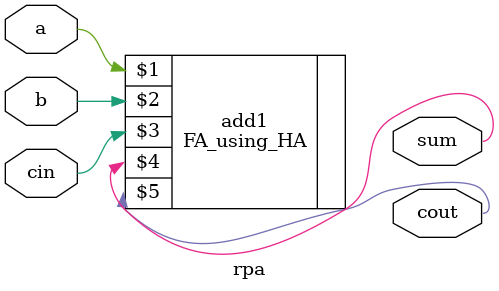
<source format=v>

module rpa(input a,b,cin ,output sum,cout);
 
  FA_using_HA add1(a,b,cin,sum,cout);

endmodule
</source>
